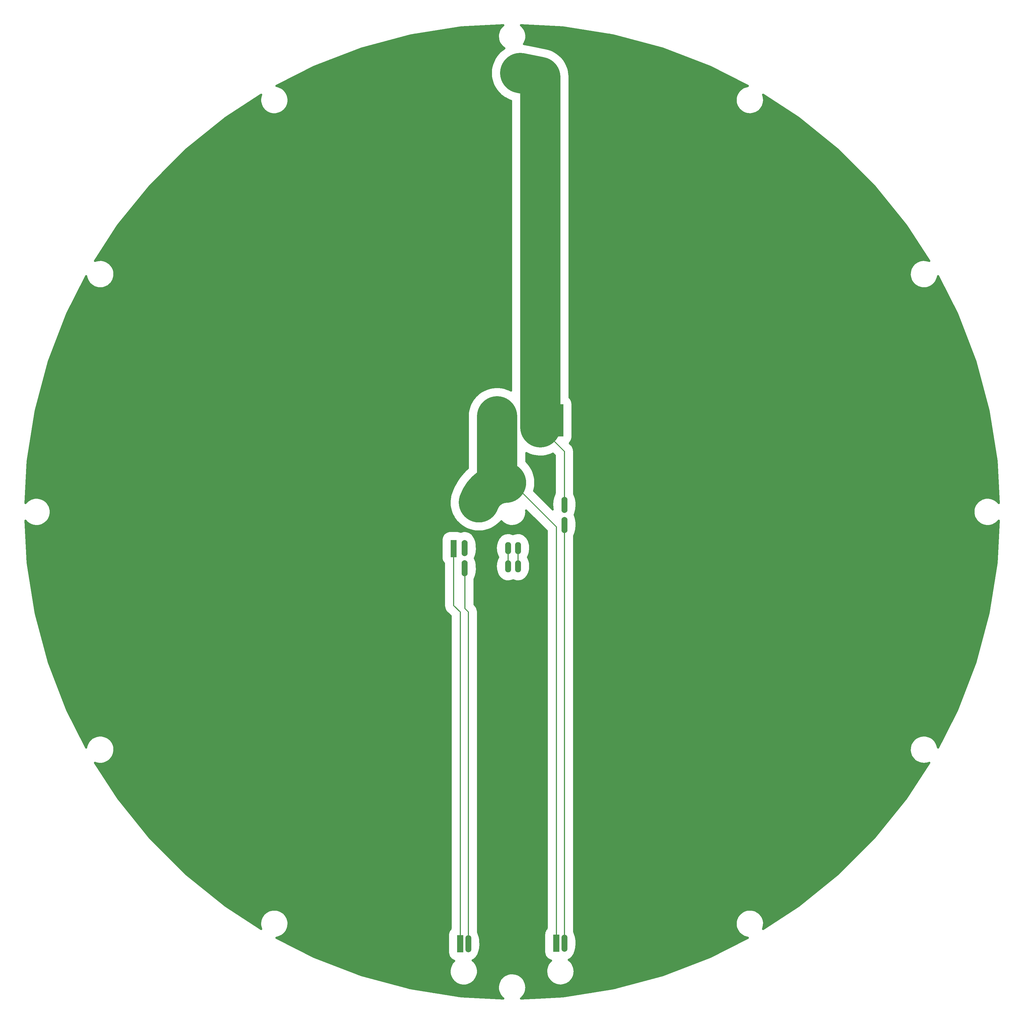
<source format=gbr>
G04 DipTrace 2.3.1.0*
%INBottom  58742  REV 5  ONYX Blackpoint Engineering.gbr*%
%MOIN*%
%ADD13C,0.013*%
%ADD14C,0.5*%
%ADD17C,0.025*%
%ADD19O,0.075X0.2*%
%ADD20O,0.075X0.15*%
%ADD21O,0.075X0.2125*%
%ADD34C,0.06*%
%FSLAX44Y44*%
G04*
G70*
G90*
G75*
G01*
%LNBottom*%
%LPD*%
X64464Y60464D2*
D13*
Y58214D1*
X65714Y60464D2*
Y58214D1*
X63089Y76839D2*
D14*
Y68551D1*
D13*
X65002D1*
X70464Y63089D1*
Y11714D1*
X70526Y11651D1*
X65964Y119464D2*
D14*
X68464Y118964D1*
Y80667D1*
Y75464D1*
D13*
X71464Y72464D1*
Y65964D1*
Y63464D2*
Y11464D1*
X59526Y12089D2*
Y52526D1*
X59089Y52964D1*
Y57839D1*
X63089Y68339D2*
X61339Y67089D1*
X60839Y66151D2*
D14*
G02X64214Y68589I3448J-1219D01*
G01*
X58526Y11651D2*
D13*
Y52526D1*
X57714Y53339D1*
Y59839D1*
D34*
X65589Y120651D3*
X69964Y120339D3*
X68214Y120464D3*
X69089D3*
X66464Y120589D3*
X67276D3*
X64714D3*
X60589Y65214D3*
X60839Y66214D3*
X61339Y67089D3*
X62089Y67839D3*
X63089Y68339D3*
X64214Y68589D3*
X65339Y68464D3*
X60243Y125213D2*
D17*
X63638D1*
X66289D2*
X69681D1*
X57618Y124964D2*
X63450D1*
X66477D2*
X72310D1*
X56047Y124716D2*
X63318D1*
X66610D2*
X73880D1*
X54477Y124467D2*
X63232D1*
X66696D2*
X75450D1*
X52907Y124218D2*
X63185D1*
X66743D2*
X77021D1*
X51774Y123970D2*
X63173D1*
X66754D2*
X78150D1*
X50848Y123721D2*
X63200D1*
X66727D2*
X79079D1*
X49918Y123472D2*
X63259D1*
X66668D2*
X80009D1*
X48993Y123224D2*
X63364D1*
X66563D2*
X80935D1*
X48063Y122975D2*
X63517D1*
X66965D2*
X81864D1*
X47137Y122726D2*
X63735D1*
X68211D2*
X82790D1*
X46235Y122477D2*
X63907D1*
X69418D2*
X83693D1*
X45586Y122229D2*
X63579D1*
X70086D2*
X84341D1*
X44938Y121980D2*
X63318D1*
X70516D2*
X84989D1*
X44289Y121731D2*
X63099D1*
X70844D2*
X85638D1*
X43641Y121483D2*
X62915D1*
X71110D2*
X86286D1*
X42993Y121234D2*
X62763D1*
X71328D2*
X86935D1*
X42348Y120985D2*
X62638D1*
X71508D2*
X87579D1*
X41700Y120737D2*
X62532D1*
X71660D2*
X88228D1*
X41051Y120488D2*
X62450D1*
X71789D2*
X88876D1*
X40403Y120239D2*
X62388D1*
X71891D2*
X89525D1*
X39910Y119991D2*
X62341D1*
X71977D2*
X90017D1*
X39422Y119742D2*
X62314D1*
X72039D2*
X90505D1*
X38934Y119493D2*
X62306D1*
X72086D2*
X90993D1*
X38446Y119245D2*
X62310D1*
X72114D2*
X91482D1*
X37957Y118996D2*
X62333D1*
X72121D2*
X91970D1*
X37469Y118747D2*
X62376D1*
X72125D2*
X92458D1*
X36981Y118498D2*
X62435D1*
X72125D2*
X92946D1*
X36493Y118250D2*
X62513D1*
X72125D2*
X93435D1*
X36004Y118001D2*
X62610D1*
X72125D2*
X93923D1*
X36098Y117752D2*
X62732D1*
X72125D2*
X93829D1*
X36539Y117504D2*
X62876D1*
X72125D2*
X93388D1*
X36801Y117255D2*
X63052D1*
X72125D2*
X93126D1*
X36981Y117006D2*
X63259D1*
X72125D2*
X92946D1*
X37102Y116758D2*
X63513D1*
X72125D2*
X92825D1*
X33434Y116509D2*
X33693D1*
X37180D2*
X63821D1*
X72125D2*
X92747D1*
X96235D2*
X96493D1*
X33051Y116260D2*
X33653D1*
X37219D2*
X64220D1*
X72125D2*
X92708D1*
X96274D2*
X96876D1*
X32668Y116012D2*
X33650D1*
X37223D2*
X64802D1*
X72125D2*
X92704D1*
X96278D2*
X97259D1*
X32285Y115763D2*
X33681D1*
X37192D2*
X64802D1*
X72125D2*
X92735D1*
X96246D2*
X97642D1*
X31903Y115514D2*
X33747D1*
X37125D2*
X64802D1*
X72125D2*
X92802D1*
X96180D2*
X98025D1*
X31520Y115265D2*
X33860D1*
X37012D2*
X64802D1*
X72125D2*
X92915D1*
X96067D2*
X98407D1*
X31137Y115017D2*
X34025D1*
X36848D2*
X64802D1*
X72125D2*
X93079D1*
X95903D2*
X98790D1*
X30754Y114768D2*
X34263D1*
X36610D2*
X64802D1*
X72125D2*
X93318D1*
X95664D2*
X99173D1*
X30371Y114519D2*
X34638D1*
X36231D2*
X64802D1*
X72125D2*
X93696D1*
X95289D2*
X99556D1*
X29989Y114271D2*
X64802D1*
X72125D2*
X99939D1*
X29606Y114022D2*
X64802D1*
X72125D2*
X100321D1*
X29262Y113773D2*
X64802D1*
X72125D2*
X100665D1*
X28957Y113525D2*
X64802D1*
X72125D2*
X100970D1*
X28649Y113276D2*
X64802D1*
X72125D2*
X101278D1*
X28340Y113027D2*
X64802D1*
X72125D2*
X101587D1*
X28035Y112779D2*
X64802D1*
X72125D2*
X101892D1*
X27727Y112530D2*
X64802D1*
X72125D2*
X102200D1*
X27422Y112281D2*
X64802D1*
X72125D2*
X102505D1*
X27114Y112033D2*
X64802D1*
X72125D2*
X102814D1*
X26805Y111784D2*
X64802D1*
X72125D2*
X103122D1*
X26500Y111535D2*
X64802D1*
X72125D2*
X103427D1*
X26192Y111286D2*
X64802D1*
X72125D2*
X103735D1*
X25883Y111038D2*
X64802D1*
X72125D2*
X104040D1*
X25578Y110789D2*
X64802D1*
X72125D2*
X104349D1*
X25270Y110540D2*
X64802D1*
X72125D2*
X104657D1*
X24965Y110292D2*
X64802D1*
X72125D2*
X104962D1*
X24657Y110043D2*
X64802D1*
X72125D2*
X105271D1*
X24379Y109794D2*
X64802D1*
X72125D2*
X105548D1*
X24129Y109546D2*
X64802D1*
X72125D2*
X105798D1*
X23883Y109297D2*
X64802D1*
X72125D2*
X106044D1*
X23633Y109048D2*
X64802D1*
X72125D2*
X106294D1*
X23383Y108800D2*
X64802D1*
X72125D2*
X106544D1*
X23137Y108551D2*
X64802D1*
X72125D2*
X106790D1*
X22887Y108302D2*
X64802D1*
X72125D2*
X107040D1*
X22637Y108054D2*
X64802D1*
X72125D2*
X107290D1*
X22391Y107805D2*
X64802D1*
X72125D2*
X107536D1*
X22141Y107556D2*
X64802D1*
X72125D2*
X107786D1*
X21891Y107307D2*
X64802D1*
X72125D2*
X108036D1*
X21645Y107059D2*
X64802D1*
X72125D2*
X108282D1*
X21395Y106810D2*
X64802D1*
X72125D2*
X108532D1*
X21145Y106561D2*
X64802D1*
X72125D2*
X108782D1*
X20899Y106313D2*
X64802D1*
X72125D2*
X109028D1*
X20649Y106064D2*
X64802D1*
X72125D2*
X109278D1*
X20399Y105815D2*
X64802D1*
X72125D2*
X109528D1*
X20153Y105567D2*
X64802D1*
X72125D2*
X109775D1*
X19926Y105318D2*
X64802D1*
X72125D2*
X110001D1*
X19727Y105069D2*
X64802D1*
X72125D2*
X110200D1*
X19524Y104821D2*
X64802D1*
X72125D2*
X110403D1*
X19325Y104572D2*
X64802D1*
X72125D2*
X110603D1*
X19121Y104323D2*
X64802D1*
X72125D2*
X110806D1*
X18922Y104075D2*
X64802D1*
X72125D2*
X111005D1*
X18719Y103826D2*
X64802D1*
X72125D2*
X111208D1*
X18516Y103577D2*
X64802D1*
X72125D2*
X111411D1*
X18317Y103328D2*
X64802D1*
X72125D2*
X111610D1*
X18114Y103080D2*
X64802D1*
X72125D2*
X111814D1*
X17914Y102831D2*
X64802D1*
X72125D2*
X112013D1*
X17711Y102582D2*
X64802D1*
X72125D2*
X112216D1*
X17512Y102334D2*
X64802D1*
X72125D2*
X112415D1*
X17309Y102085D2*
X64802D1*
X72125D2*
X112618D1*
X17110Y101836D2*
X64802D1*
X72125D2*
X112818D1*
X16907Y101588D2*
X64802D1*
X72125D2*
X113021D1*
X16703Y101339D2*
X64802D1*
X72125D2*
X113224D1*
X16504Y101090D2*
X64802D1*
X72125D2*
X113423D1*
X16301Y100842D2*
X64802D1*
X72125D2*
X113626D1*
X16102Y100593D2*
X64802D1*
X72125D2*
X113825D1*
X15930Y100344D2*
X64802D1*
X72125D2*
X113997D1*
X15766Y100096D2*
X64802D1*
X72125D2*
X114161D1*
X15606Y99847D2*
X64802D1*
X72125D2*
X114321D1*
X15446Y99598D2*
X64802D1*
X72125D2*
X114482D1*
X15282Y99349D2*
X64802D1*
X72125D2*
X114646D1*
X15121Y99101D2*
X64802D1*
X72125D2*
X114806D1*
X14957Y98852D2*
X64802D1*
X72125D2*
X114966D1*
X14797Y98603D2*
X64802D1*
X72125D2*
X115130D1*
X14637Y98355D2*
X64802D1*
X72125D2*
X115290D1*
X14473Y98106D2*
X64802D1*
X72125D2*
X115454D1*
X14313Y97857D2*
X64802D1*
X72125D2*
X115614D1*
X14153Y97609D2*
X64802D1*
X72125D2*
X115775D1*
X13989Y97360D2*
X64802D1*
X72125D2*
X115939D1*
X13828Y97111D2*
X64802D1*
X72125D2*
X116099D1*
X13668Y96863D2*
X64802D1*
X72125D2*
X116259D1*
X13504Y96614D2*
X64802D1*
X72125D2*
X116423D1*
X13344Y96365D2*
X64802D1*
X72125D2*
X116583D1*
X14532Y96117D2*
X64802D1*
X72125D2*
X115396D1*
X14950Y95868D2*
X64802D1*
X72125D2*
X114978D1*
X15203Y95619D2*
X64802D1*
X72125D2*
X114724D1*
X15375Y95370D2*
X64802D1*
X72125D2*
X114552D1*
X15493Y95122D2*
X64802D1*
X72125D2*
X114435D1*
X15567Y94873D2*
X64802D1*
X72125D2*
X114360D1*
X15606Y94624D2*
X64802D1*
X72125D2*
X114321D1*
X15606Y94376D2*
X64802D1*
X72125D2*
X114321D1*
X15571Y94127D2*
X64802D1*
X72125D2*
X114357D1*
X11914Y93878D2*
X12142D1*
X15500D2*
X64802D1*
X72125D2*
X114427D1*
X117785D2*
X118013D1*
X11789Y93630D2*
X12255D1*
X15387D2*
X64802D1*
X72125D2*
X114540D1*
X117672D2*
X118138D1*
X11664Y93381D2*
X12423D1*
X15219D2*
X64802D1*
X72125D2*
X114708D1*
X117504D2*
X118263D1*
X11535Y93132D2*
X12669D1*
X14973D2*
X64802D1*
X72125D2*
X114954D1*
X117258D2*
X118392D1*
X11410Y92884D2*
X13068D1*
X14575D2*
X64802D1*
X72125D2*
X115353D1*
X116860D2*
X118517D1*
X11282Y92635D2*
X64802D1*
X72125D2*
X118646D1*
X11157Y92386D2*
X64802D1*
X72125D2*
X118771D1*
X11028Y92138D2*
X64802D1*
X72125D2*
X118900D1*
X10903Y91889D2*
X64802D1*
X72125D2*
X119025D1*
X10774Y91640D2*
X64802D1*
X72125D2*
X119153D1*
X10649Y91391D2*
X64802D1*
X72125D2*
X119278D1*
X10524Y91143D2*
X64802D1*
X72125D2*
X119403D1*
X10395Y90894D2*
X64802D1*
X72125D2*
X119532D1*
X10270Y90645D2*
X64802D1*
X72125D2*
X119657D1*
X10141Y90397D2*
X64802D1*
X72125D2*
X119786D1*
X10016Y90148D2*
X64802D1*
X72125D2*
X119911D1*
X9887Y89899D2*
X64802D1*
X72125D2*
X120040D1*
X9762Y89651D2*
X64802D1*
X72125D2*
X120165D1*
X9657Y89402D2*
X64802D1*
X72125D2*
X120271D1*
X9559Y89153D2*
X64802D1*
X72125D2*
X120364D1*
X9465Y88905D2*
X64802D1*
X72125D2*
X120462D1*
X9371Y88656D2*
X64802D1*
X72125D2*
X120556D1*
X9274Y88407D2*
X64802D1*
X72125D2*
X120653D1*
X9180Y88159D2*
X64802D1*
X72125D2*
X120747D1*
X9082Y87910D2*
X64802D1*
X72125D2*
X120845D1*
X8989Y87661D2*
X64802D1*
X72125D2*
X120939D1*
X8891Y87412D2*
X64802D1*
X72125D2*
X121036D1*
X8797Y87164D2*
X64802D1*
X72125D2*
X121130D1*
X8703Y86915D2*
X64802D1*
X72125D2*
X121224D1*
X8606Y86666D2*
X64802D1*
X72125D2*
X121321D1*
X8512Y86418D2*
X64802D1*
X72125D2*
X121415D1*
X8414Y86169D2*
X64802D1*
X72125D2*
X121513D1*
X8321Y85920D2*
X64802D1*
X72125D2*
X121607D1*
X8223Y85672D2*
X64802D1*
X72125D2*
X121704D1*
X8129Y85423D2*
X64802D1*
X72125D2*
X121798D1*
X8032Y85174D2*
X64802D1*
X72125D2*
X121896D1*
X7938Y84926D2*
X64802D1*
X72125D2*
X121989D1*
X7844Y84677D2*
X64802D1*
X72125D2*
X122083D1*
X7746Y84428D2*
X64802D1*
X72125D2*
X122181D1*
X7653Y84180D2*
X64802D1*
X72125D2*
X122275D1*
X7555Y83931D2*
X64802D1*
X72125D2*
X122372D1*
X7461Y83682D2*
X64802D1*
X72125D2*
X122466D1*
X7391Y83433D2*
X64802D1*
X72125D2*
X122536D1*
X7325Y83185D2*
X64802D1*
X72125D2*
X122603D1*
X7258Y82936D2*
X64802D1*
X72125D2*
X122669D1*
X7192Y82687D2*
X64802D1*
X72125D2*
X122735D1*
X7125Y82439D2*
X64802D1*
X72125D2*
X122802D1*
X7059Y82190D2*
X64802D1*
X72125D2*
X122868D1*
X6993Y81941D2*
X64802D1*
X72125D2*
X122935D1*
X6926Y81693D2*
X64802D1*
X72125D2*
X123001D1*
X6860Y81444D2*
X64802D1*
X72125D2*
X123068D1*
X6793Y81195D2*
X64802D1*
X72125D2*
X123134D1*
X6723Y80947D2*
X64802D1*
X72125D2*
X123200D1*
X6657Y80698D2*
X64802D1*
X72125D2*
X123271D1*
X6590Y80449D2*
X62646D1*
X63532D2*
X64802D1*
X72125D2*
X123337D1*
X6524Y80201D2*
X61681D1*
X64496D2*
X64802D1*
X72125D2*
X123403D1*
X6457Y79952D2*
X61189D1*
X72125D2*
X123470D1*
X6391Y79703D2*
X60825D1*
X72125D2*
X123536D1*
X6325Y79454D2*
X60540D1*
X72125D2*
X123603D1*
X6258Y79206D2*
X60306D1*
X72125D2*
X123669D1*
X6192Y78957D2*
X60107D1*
X72309D2*
X123735D1*
X6125Y78708D2*
X59946D1*
X72430D2*
X123802D1*
X6059Y78460D2*
X59810D1*
X72485D2*
X123868D1*
X5993Y78211D2*
X59696D1*
X72493D2*
X123935D1*
X5926Y77962D2*
X59607D1*
X72493D2*
X124001D1*
X5860Y77714D2*
X59536D1*
X72493D2*
X124068D1*
X5801Y77465D2*
X59482D1*
X72493D2*
X124126D1*
X5762Y77216D2*
X59450D1*
X72493D2*
X124165D1*
X5723Y76968D2*
X59431D1*
X72493D2*
X124204D1*
X5684Y76719D2*
X59427D1*
X72493D2*
X124243D1*
X5641Y76470D2*
X59427D1*
X72493D2*
X124282D1*
X5602Y76222D2*
X59427D1*
X72493D2*
X124325D1*
X5563Y75973D2*
X59427D1*
X72493D2*
X124364D1*
X5524Y75724D2*
X59427D1*
X72493D2*
X124403D1*
X5485Y75475D2*
X59427D1*
X72493D2*
X124443D1*
X5446Y75227D2*
X59427D1*
X72493D2*
X124482D1*
X5407Y74978D2*
X59427D1*
X72493D2*
X124521D1*
X5368Y74729D2*
X59427D1*
X72493D2*
X124560D1*
X5328Y74481D2*
X59427D1*
X72493D2*
X124599D1*
X5289Y74232D2*
X59427D1*
X72489D2*
X124638D1*
X5250Y73983D2*
X59427D1*
X72438D2*
X124677D1*
X5211Y73735D2*
X59427D1*
X72321D2*
X124716D1*
X5168Y73486D2*
X59427D1*
X72164D2*
X124755D1*
X5129Y73237D2*
X59427D1*
X72407D2*
X124798D1*
X5090Y72989D2*
X59427D1*
X72567D2*
X124837D1*
X5051Y72740D2*
X59427D1*
X72657D2*
X124876D1*
X5012Y72491D2*
X59427D1*
X72688D2*
X124915D1*
X4973Y72243D2*
X59427D1*
X72688D2*
X124954D1*
X4934Y71994D2*
X59427D1*
X66750D2*
X67357D1*
X69571D2*
X70212D1*
X72688D2*
X124993D1*
X4895Y71745D2*
X59427D1*
X66750D2*
X70239D1*
X72688D2*
X125032D1*
X4856Y71496D2*
X59427D1*
X66750D2*
X70239D1*
X72688D2*
X125071D1*
X4821Y71248D2*
X59427D1*
X66750D2*
X70239D1*
X72688D2*
X125107D1*
X4805Y70999D2*
X59427D1*
X66957D2*
X70239D1*
X72688D2*
X125118D1*
X4793Y70750D2*
X59427D1*
X67160D2*
X70239D1*
X72688D2*
X125134D1*
X4782Y70502D2*
X59427D1*
X67328D2*
X70239D1*
X72688D2*
X125146D1*
X4766Y70253D2*
X59278D1*
X67469D2*
X70239D1*
X72688D2*
X125161D1*
X4754Y70004D2*
X59025D1*
X67586D2*
X70239D1*
X72688D2*
X125173D1*
X4743Y69756D2*
X58794D1*
X67680D2*
X70239D1*
X72688D2*
X125185D1*
X4727Y69507D2*
X58583D1*
X67754D2*
X70239D1*
X72688D2*
X125200D1*
X4715Y69258D2*
X58392D1*
X67813D2*
X70239D1*
X72688D2*
X125212D1*
X4703Y69010D2*
X58216D1*
X67848D2*
X70239D1*
X72688D2*
X125224D1*
X4688Y68761D2*
X58056D1*
X67868D2*
X70239D1*
X72688D2*
X125239D1*
X4676Y68512D2*
X57907D1*
X67871D2*
X70239D1*
X72688D2*
X125251D1*
X4664Y68264D2*
X57778D1*
X67860D2*
X70239D1*
X72688D2*
X125263D1*
X4649Y68015D2*
X57653D1*
X67828D2*
X70239D1*
X72688D2*
X125278D1*
X4637Y67766D2*
X57544D1*
X67778D2*
X70239D1*
X72688D2*
X125290D1*
X4625Y67517D2*
X57446D1*
X67758D2*
X70239D1*
X72688D2*
X125302D1*
X4610Y67269D2*
X57357D1*
X68004D2*
X70239D1*
X72688D2*
X125318D1*
X4598Y67020D2*
X57282D1*
X68254D2*
X70142D1*
X72774D2*
X125329D1*
X4586Y66771D2*
X57232D1*
X68504D2*
X70048D1*
X72868D2*
X125341D1*
X4571Y66523D2*
X5056D1*
X6762D2*
X57196D1*
X68750D2*
X69993D1*
X72922D2*
X123165D1*
X124871D2*
X125357D1*
X4559Y66274D2*
X4700D1*
X7118D2*
X57181D1*
X69000D2*
X69950D1*
X72965D2*
X122810D1*
X125227D2*
X125368D1*
X7344Y66025D2*
X57181D1*
X69250D2*
X69931D1*
X72985D2*
X122583D1*
X7500Y65777D2*
X57196D1*
X69496D2*
X69923D1*
X72993D2*
X122427D1*
X7606Y65528D2*
X57232D1*
X69746D2*
X69937D1*
X72977D2*
X122321D1*
X7668Y65279D2*
X57286D1*
X72946D2*
X122259D1*
X7696Y65031D2*
X57357D1*
X72899D2*
X122232D1*
X7688Y64782D2*
X57446D1*
X66743D2*
X67048D1*
X72825D2*
X122239D1*
X7645Y64533D2*
X57560D1*
X66700D2*
X67298D1*
X72770D2*
X122282D1*
X7563Y64285D2*
X57696D1*
X66618D2*
X67544D1*
X72864D2*
X122364D1*
X7434Y64036D2*
X57857D1*
X66489D2*
X67794D1*
X72918D2*
X122493D1*
X7250Y63787D2*
X58052D1*
X66305D2*
X68044D1*
X72965D2*
X122677D1*
X4567Y63538D2*
X4841D1*
X6973D2*
X58286D1*
X63391D2*
X63900D1*
X66028D2*
X68290D1*
X72981D2*
X122954D1*
X125086D2*
X125360D1*
X4578Y63290D2*
X5325D1*
X6493D2*
X58571D1*
X63106D2*
X64380D1*
X65547D2*
X68540D1*
X72993D2*
X123435D1*
X124602D2*
X125349D1*
X4590Y63041D2*
X58931D1*
X62746D2*
X68790D1*
X72977D2*
X125337D1*
X4606Y62792D2*
X59423D1*
X62254D2*
X69036D1*
X72950D2*
X125321D1*
X4618Y62544D2*
X56970D1*
X58446D2*
X58720D1*
X59446D2*
X60368D1*
X61309D2*
X69239D1*
X72903D2*
X125310D1*
X4629Y62295D2*
X56540D1*
X59938D2*
X64099D1*
X64817D2*
X65349D1*
X66067D2*
X69239D1*
X72828D2*
X125298D1*
X4645Y62046D2*
X56337D1*
X60164D2*
X63591D1*
X66575D2*
X69239D1*
X72731D2*
X125282D1*
X4657Y61798D2*
X56224D1*
X60332D2*
X63345D1*
X66821D2*
X69239D1*
X72688D2*
X125271D1*
X4668Y61549D2*
X56177D1*
X60434D2*
X63185D1*
X66981D2*
X69239D1*
X72688D2*
X125259D1*
X4684Y61300D2*
X56173D1*
X60516D2*
X63068D1*
X67098D2*
X69239D1*
X72688D2*
X125243D1*
X4696Y61052D2*
X56173D1*
X60567D2*
X62997D1*
X67168D2*
X69239D1*
X72688D2*
X125232D1*
X4707Y60803D2*
X56173D1*
X60598D2*
X62946D1*
X67219D2*
X69239D1*
X72688D2*
X125220D1*
X4723Y60554D2*
X56173D1*
X60614D2*
X62927D1*
X67239D2*
X69239D1*
X72688D2*
X125204D1*
X4735Y60306D2*
X56173D1*
X60610D2*
X62931D1*
X67235D2*
X69239D1*
X72688D2*
X125193D1*
X4746Y60057D2*
X56173D1*
X60594D2*
X62954D1*
X67211D2*
X69239D1*
X72688D2*
X125181D1*
X4762Y59808D2*
X56173D1*
X60555D2*
X63013D1*
X67153D2*
X69239D1*
X72688D2*
X125165D1*
X4774Y59559D2*
X56173D1*
X60500D2*
X63091D1*
X67075D2*
X69239D1*
X72688D2*
X125153D1*
X4785Y59311D2*
X56173D1*
X60410D2*
X63189D1*
X66977D2*
X69239D1*
X72688D2*
X125142D1*
X4801Y59062D2*
X56208D1*
X60430D2*
X63071D1*
X67094D2*
X69239D1*
X72688D2*
X125126D1*
X4813Y58813D2*
X56302D1*
X60516D2*
X63001D1*
X67164D2*
X69239D1*
X72688D2*
X125114D1*
X4832Y58565D2*
X56474D1*
X60563D2*
X62946D1*
X67219D2*
X69239D1*
X72688D2*
X125095D1*
X4871Y58316D2*
X56489D1*
X60598D2*
X62927D1*
X67239D2*
X69239D1*
X72688D2*
X125052D1*
X4914Y58067D2*
X56489D1*
X60614D2*
X62931D1*
X67235D2*
X69239D1*
X72688D2*
X125013D1*
X4953Y57819D2*
X56489D1*
X60610D2*
X62954D1*
X67211D2*
X69239D1*
X72688D2*
X124974D1*
X4993Y57570D2*
X56489D1*
X60598D2*
X63009D1*
X67157D2*
X69239D1*
X72688D2*
X124935D1*
X5032Y57321D2*
X56489D1*
X60555D2*
X63087D1*
X67078D2*
X69239D1*
X72688D2*
X124896D1*
X5071Y57073D2*
X56489D1*
X60504D2*
X63208D1*
X66957D2*
X69239D1*
X72688D2*
X124857D1*
X5110Y56824D2*
X56489D1*
X60418D2*
X63388D1*
X66778D2*
X69239D1*
X72688D2*
X124818D1*
X5149Y56575D2*
X56489D1*
X60313D2*
X63653D1*
X66508D2*
X69239D1*
X72688D2*
X124778D1*
X5188Y56327D2*
X56489D1*
X60313D2*
X64392D1*
X64526D2*
X65642D1*
X65776D2*
X69239D1*
X72688D2*
X124739D1*
X5227Y56078D2*
X56489D1*
X60313D2*
X69239D1*
X72688D2*
X124700D1*
X5266Y55829D2*
X56489D1*
X60313D2*
X69239D1*
X72688D2*
X124661D1*
X5305Y55580D2*
X56489D1*
X60313D2*
X69239D1*
X72688D2*
X124622D1*
X5344Y55332D2*
X56489D1*
X60313D2*
X69239D1*
X72688D2*
X124579D1*
X5387Y55083D2*
X56489D1*
X60313D2*
X69239D1*
X72688D2*
X124540D1*
X5426Y54834D2*
X56489D1*
X60313D2*
X69239D1*
X72688D2*
X124501D1*
X5465Y54586D2*
X56489D1*
X60313D2*
X69239D1*
X72688D2*
X124462D1*
X5504Y54337D2*
X56489D1*
X60313D2*
X69239D1*
X72688D2*
X124423D1*
X5543Y54088D2*
X56489D1*
X60313D2*
X69239D1*
X72688D2*
X124384D1*
X5582Y53840D2*
X56489D1*
X60313D2*
X69239D1*
X72688D2*
X124345D1*
X5621Y53591D2*
X56489D1*
X60313D2*
X69239D1*
X72688D2*
X124306D1*
X5660Y53342D2*
X56489D1*
X60430D2*
X69239D1*
X72688D2*
X124267D1*
X5700Y53094D2*
X56513D1*
X60610D2*
X69239D1*
X72688D2*
X124228D1*
X5739Y52845D2*
X56595D1*
X60707D2*
X69239D1*
X72688D2*
X124189D1*
X5778Y52596D2*
X56747D1*
X60750D2*
X69239D1*
X72688D2*
X124150D1*
X5825Y52348D2*
X56982D1*
X60750D2*
X69239D1*
X72688D2*
X124103D1*
X5891Y52099D2*
X57232D1*
X60750D2*
X69239D1*
X72688D2*
X124036D1*
X5957Y51850D2*
X57302D1*
X60750D2*
X69239D1*
X72688D2*
X123970D1*
X6024Y51601D2*
X57302D1*
X60750D2*
X69239D1*
X72688D2*
X123903D1*
X6090Y51353D2*
X57302D1*
X60750D2*
X69239D1*
X72688D2*
X123837D1*
X6157Y51104D2*
X57302D1*
X60750D2*
X69239D1*
X72688D2*
X123771D1*
X6223Y50855D2*
X57302D1*
X60750D2*
X69239D1*
X72688D2*
X123704D1*
X6289Y50607D2*
X57302D1*
X60750D2*
X69239D1*
X72688D2*
X123638D1*
X6356Y50358D2*
X57302D1*
X60750D2*
X69239D1*
X72688D2*
X123571D1*
X6422Y50109D2*
X57302D1*
X60750D2*
X69239D1*
X72688D2*
X123505D1*
X6489Y49861D2*
X57302D1*
X60750D2*
X69239D1*
X72688D2*
X123439D1*
X6555Y49612D2*
X57302D1*
X60750D2*
X69239D1*
X72688D2*
X123372D1*
X6621Y49363D2*
X57302D1*
X60750D2*
X69239D1*
X72688D2*
X123306D1*
X6688Y49115D2*
X57302D1*
X60750D2*
X69239D1*
X72688D2*
X123239D1*
X6754Y48866D2*
X57302D1*
X60750D2*
X69239D1*
X72688D2*
X123173D1*
X6821Y48617D2*
X57302D1*
X60750D2*
X69239D1*
X72688D2*
X123107D1*
X6887Y48369D2*
X57302D1*
X60750D2*
X69239D1*
X72688D2*
X123036D1*
X6957Y48120D2*
X57302D1*
X60750D2*
X69239D1*
X72688D2*
X122970D1*
X7024Y47871D2*
X57302D1*
X60750D2*
X69239D1*
X72688D2*
X122903D1*
X7090Y47622D2*
X57302D1*
X60750D2*
X69239D1*
X72688D2*
X122837D1*
X7157Y47374D2*
X57302D1*
X60750D2*
X69239D1*
X72688D2*
X122771D1*
X7223Y47125D2*
X57302D1*
X60750D2*
X69239D1*
X72688D2*
X122704D1*
X7289Y46876D2*
X57302D1*
X60750D2*
X69239D1*
X72688D2*
X122638D1*
X7356Y46628D2*
X57302D1*
X60750D2*
X69239D1*
X72688D2*
X122571D1*
X7422Y46379D2*
X57302D1*
X60750D2*
X69239D1*
X72688D2*
X122505D1*
X7504Y46130D2*
X57302D1*
X60750D2*
X69239D1*
X72688D2*
X122423D1*
X7602Y45882D2*
X57302D1*
X60750D2*
X69239D1*
X72688D2*
X122325D1*
X7696Y45633D2*
X57302D1*
X60750D2*
X69239D1*
X72688D2*
X122232D1*
X7789Y45384D2*
X57302D1*
X60750D2*
X69239D1*
X72688D2*
X122138D1*
X7887Y45136D2*
X57302D1*
X60750D2*
X69239D1*
X72688D2*
X122040D1*
X7981Y44887D2*
X57302D1*
X60750D2*
X69239D1*
X72688D2*
X121946D1*
X8078Y44638D2*
X57302D1*
X60750D2*
X69239D1*
X72688D2*
X121849D1*
X8172Y44390D2*
X57302D1*
X60750D2*
X69239D1*
X72688D2*
X121755D1*
X8270Y44141D2*
X57302D1*
X60750D2*
X69239D1*
X72688D2*
X121657D1*
X8364Y43892D2*
X57302D1*
X60750D2*
X69239D1*
X72688D2*
X121564D1*
X8461Y43643D2*
X57302D1*
X60750D2*
X69239D1*
X72688D2*
X121466D1*
X8555Y43395D2*
X57302D1*
X60750D2*
X69239D1*
X72688D2*
X121372D1*
X8649Y43146D2*
X57302D1*
X60750D2*
X69239D1*
X72688D2*
X121278D1*
X8746Y42897D2*
X57302D1*
X60750D2*
X69239D1*
X72688D2*
X121181D1*
X8840Y42649D2*
X57302D1*
X60750D2*
X69239D1*
X72688D2*
X121087D1*
X8938Y42400D2*
X57302D1*
X60750D2*
X69239D1*
X72688D2*
X120989D1*
X9032Y42151D2*
X57302D1*
X60750D2*
X69239D1*
X72688D2*
X120896D1*
X9129Y41903D2*
X57302D1*
X60750D2*
X69239D1*
X72688D2*
X120798D1*
X9223Y41654D2*
X57302D1*
X60750D2*
X69239D1*
X72688D2*
X120704D1*
X9317Y41405D2*
X57302D1*
X60750D2*
X69239D1*
X72688D2*
X120610D1*
X9414Y41157D2*
X57302D1*
X60750D2*
X69239D1*
X72688D2*
X120513D1*
X9508Y40908D2*
X57302D1*
X60750D2*
X69239D1*
X72688D2*
X120419D1*
X9606Y40659D2*
X57302D1*
X60750D2*
X69239D1*
X72688D2*
X120321D1*
X9700Y40411D2*
X57302D1*
X60750D2*
X69239D1*
X72688D2*
X120228D1*
X9821Y40162D2*
X57302D1*
X60750D2*
X69239D1*
X72688D2*
X120107D1*
X9946Y39913D2*
X57302D1*
X60750D2*
X69239D1*
X72688D2*
X119982D1*
X10075Y39664D2*
X57302D1*
X60750D2*
X69239D1*
X72688D2*
X119853D1*
X10200Y39416D2*
X57302D1*
X60750D2*
X69239D1*
X72688D2*
X119728D1*
X10328Y39167D2*
X57302D1*
X60750D2*
X69239D1*
X72688D2*
X119599D1*
X10453Y38918D2*
X57302D1*
X60750D2*
X69239D1*
X72688D2*
X119474D1*
X10582Y38670D2*
X57302D1*
X60750D2*
X69239D1*
X72688D2*
X119345D1*
X10707Y38421D2*
X57302D1*
X60750D2*
X69239D1*
X72688D2*
X119220D1*
X10832Y38172D2*
X57302D1*
X60750D2*
X69239D1*
X72688D2*
X119095D1*
X10961Y37924D2*
X57302D1*
X60750D2*
X69239D1*
X72688D2*
X118966D1*
X11086Y37675D2*
X57302D1*
X60750D2*
X69239D1*
X72688D2*
X118841D1*
X11215Y37426D2*
X57302D1*
X60750D2*
X69239D1*
X72688D2*
X118712D1*
X11340Y37178D2*
X13509D1*
X14133D2*
X57302D1*
X60750D2*
X69239D1*
X72688D2*
X115794D1*
X116418D2*
X118587D1*
X11469Y36929D2*
X12853D1*
X14785D2*
X57302D1*
X60750D2*
X69239D1*
X72688D2*
X115142D1*
X117075D2*
X118458D1*
X11594Y36680D2*
X12544D1*
X15098D2*
X57302D1*
X60750D2*
X69239D1*
X72688D2*
X114829D1*
X117383D2*
X118333D1*
X11719Y36432D2*
X12337D1*
X15301D2*
X57302D1*
X60750D2*
X69239D1*
X72688D2*
X114626D1*
X117590D2*
X118204D1*
X11848Y36183D2*
X12196D1*
X15446D2*
X57302D1*
X60750D2*
X69239D1*
X72688D2*
X114482D1*
X117731D2*
X118079D1*
X11973Y35934D2*
X12103D1*
X15539D2*
X57302D1*
X60750D2*
X69239D1*
X72688D2*
X114388D1*
X117825D2*
X117954D1*
X15594Y35685D2*
X57302D1*
X60750D2*
X69239D1*
X72688D2*
X114333D1*
X15610Y35437D2*
X57302D1*
X60750D2*
X69239D1*
X72688D2*
X114318D1*
X15594Y35188D2*
X57302D1*
X60750D2*
X69239D1*
X72688D2*
X114333D1*
X15539Y34939D2*
X57302D1*
X60750D2*
X69239D1*
X72688D2*
X114388D1*
X15446Y34691D2*
X57302D1*
X60750D2*
X69239D1*
X72688D2*
X114482D1*
X15305Y34442D2*
X57302D1*
X60750D2*
X69239D1*
X72688D2*
X114622D1*
X15098Y34193D2*
X57302D1*
X60750D2*
X69239D1*
X72688D2*
X114829D1*
X14789Y33945D2*
X57302D1*
X60750D2*
X69239D1*
X72688D2*
X115138D1*
X13258Y33696D2*
X13501D1*
X14141D2*
X57302D1*
X60750D2*
X69239D1*
X72688D2*
X115786D1*
X116426D2*
X116669D1*
X13418Y33447D2*
X57302D1*
X60750D2*
X69239D1*
X72688D2*
X116509D1*
X13578Y33199D2*
X57302D1*
X60750D2*
X69239D1*
X72688D2*
X116345D1*
X13743Y32950D2*
X57302D1*
X60750D2*
X69239D1*
X72688D2*
X116185D1*
X13903Y32701D2*
X57302D1*
X60750D2*
X69239D1*
X72688D2*
X116025D1*
X14067Y32453D2*
X57302D1*
X60750D2*
X69239D1*
X72688D2*
X115860D1*
X14227Y32204D2*
X57302D1*
X60750D2*
X69239D1*
X72688D2*
X115700D1*
X14387Y31955D2*
X57302D1*
X60750D2*
X69239D1*
X72688D2*
X115540D1*
X14551Y31706D2*
X57302D1*
X60750D2*
X69239D1*
X72688D2*
X115376D1*
X14711Y31458D2*
X57302D1*
X60750D2*
X69239D1*
X72688D2*
X115216D1*
X14871Y31209D2*
X57302D1*
X60750D2*
X69239D1*
X72688D2*
X115056D1*
X15035Y30960D2*
X57302D1*
X60750D2*
X69239D1*
X72688D2*
X114892D1*
X15196Y30712D2*
X57302D1*
X60750D2*
X69239D1*
X72688D2*
X114732D1*
X15356Y30463D2*
X57302D1*
X60750D2*
X69239D1*
X72688D2*
X114571D1*
X15520Y30214D2*
X57302D1*
X60750D2*
X69239D1*
X72688D2*
X114407D1*
X15680Y29966D2*
X57302D1*
X60750D2*
X69239D1*
X72688D2*
X114247D1*
X15840Y29717D2*
X57302D1*
X60750D2*
X69239D1*
X72688D2*
X114087D1*
X16004Y29468D2*
X57302D1*
X60750D2*
X69239D1*
X72688D2*
X113923D1*
X16196Y29220D2*
X57302D1*
X60750D2*
X69239D1*
X72688D2*
X113732D1*
X16395Y28971D2*
X57302D1*
X60750D2*
X69239D1*
X72688D2*
X113532D1*
X16598Y28722D2*
X57302D1*
X60750D2*
X69239D1*
X72688D2*
X113329D1*
X16797Y28474D2*
X57302D1*
X60750D2*
X69239D1*
X72688D2*
X113130D1*
X17000Y28225D2*
X57302D1*
X60750D2*
X69239D1*
X72688D2*
X112927D1*
X17200Y27976D2*
X57302D1*
X60750D2*
X69239D1*
X72688D2*
X112728D1*
X17403Y27727D2*
X57302D1*
X60750D2*
X69239D1*
X72688D2*
X112525D1*
X17602Y27479D2*
X57302D1*
X60750D2*
X69239D1*
X72688D2*
X112325D1*
X17805Y27230D2*
X57302D1*
X60750D2*
X69239D1*
X72688D2*
X112122D1*
X18008Y26981D2*
X57302D1*
X60750D2*
X69239D1*
X72688D2*
X111919D1*
X18207Y26733D2*
X57302D1*
X60750D2*
X69239D1*
X72688D2*
X111720D1*
X18410Y26484D2*
X57302D1*
X60750D2*
X69239D1*
X72688D2*
X111517D1*
X18610Y26235D2*
X57302D1*
X60750D2*
X69239D1*
X72688D2*
X111318D1*
X18813Y25987D2*
X57302D1*
X60750D2*
X69239D1*
X72688D2*
X111114D1*
X19012Y25738D2*
X57302D1*
X60750D2*
X69239D1*
X72688D2*
X110915D1*
X19215Y25489D2*
X57302D1*
X60750D2*
X69239D1*
X72688D2*
X110712D1*
X19414Y25241D2*
X57302D1*
X60750D2*
X69239D1*
X72688D2*
X110513D1*
X19618Y24992D2*
X57302D1*
X60750D2*
X69239D1*
X72688D2*
X110310D1*
X19821Y24743D2*
X57302D1*
X60750D2*
X69239D1*
X72688D2*
X110107D1*
X20020Y24495D2*
X57302D1*
X60750D2*
X69239D1*
X72688D2*
X109907D1*
X20266Y24246D2*
X57302D1*
X60750D2*
X69239D1*
X72688D2*
X109661D1*
X20516Y23997D2*
X57302D1*
X60750D2*
X69239D1*
X72688D2*
X109411D1*
X20762Y23748D2*
X57302D1*
X60750D2*
X69239D1*
X72688D2*
X109161D1*
X21012Y23500D2*
X57302D1*
X60750D2*
X69239D1*
X72688D2*
X108915D1*
X21262Y23251D2*
X57302D1*
X60750D2*
X69239D1*
X72688D2*
X108665D1*
X21508Y23002D2*
X57302D1*
X60750D2*
X69239D1*
X72688D2*
X108415D1*
X21758Y22754D2*
X57302D1*
X60750D2*
X69239D1*
X72688D2*
X108169D1*
X22008Y22505D2*
X57302D1*
X60750D2*
X69239D1*
X72688D2*
X107919D1*
X22254Y22256D2*
X57302D1*
X60750D2*
X69239D1*
X72688D2*
X107669D1*
X22504Y22008D2*
X57302D1*
X60750D2*
X69239D1*
X72688D2*
X107423D1*
X22754Y21759D2*
X57302D1*
X60750D2*
X69239D1*
X72688D2*
X107173D1*
X23000Y21510D2*
X57302D1*
X60750D2*
X69239D1*
X72688D2*
X106927D1*
X23250Y21262D2*
X57302D1*
X60750D2*
X69239D1*
X72688D2*
X106677D1*
X23500Y21013D2*
X57302D1*
X60750D2*
X69239D1*
X72688D2*
X106427D1*
X23746Y20764D2*
X57302D1*
X60750D2*
X69239D1*
X72688D2*
X106181D1*
X23996Y20515D2*
X57302D1*
X60750D2*
X69239D1*
X72688D2*
X105931D1*
X24246Y20267D2*
X57302D1*
X60750D2*
X69239D1*
X72688D2*
X105681D1*
X24493Y20018D2*
X57302D1*
X60750D2*
X69239D1*
X72688D2*
X105435D1*
X24797Y19769D2*
X57302D1*
X60750D2*
X69239D1*
X72688D2*
X105130D1*
X25106Y19521D2*
X57302D1*
X60750D2*
X69239D1*
X72688D2*
X104821D1*
X25410Y19272D2*
X57302D1*
X60750D2*
X69239D1*
X72688D2*
X104513D1*
X25719Y19023D2*
X57302D1*
X60750D2*
X69239D1*
X72688D2*
X104208D1*
X26028Y18775D2*
X57302D1*
X60750D2*
X69239D1*
X72688D2*
X103900D1*
X26332Y18526D2*
X57302D1*
X60750D2*
X69239D1*
X72688D2*
X103595D1*
X26641Y18277D2*
X57302D1*
X60750D2*
X69239D1*
X72688D2*
X103286D1*
X26950Y18029D2*
X57302D1*
X60750D2*
X69239D1*
X72688D2*
X102978D1*
X27254Y17780D2*
X57302D1*
X60750D2*
X69239D1*
X72688D2*
X102673D1*
X27563Y17531D2*
X57302D1*
X60750D2*
X69239D1*
X72688D2*
X102364D1*
X27868Y17283D2*
X57302D1*
X60750D2*
X69239D1*
X72688D2*
X102060D1*
X28176Y17034D2*
X57302D1*
X60750D2*
X69239D1*
X72688D2*
X101751D1*
X28485Y16785D2*
X57302D1*
X60750D2*
X69239D1*
X72688D2*
X101443D1*
X28789Y16536D2*
X57302D1*
X60750D2*
X69239D1*
X72688D2*
X101138D1*
X29098Y16288D2*
X57302D1*
X60750D2*
X69239D1*
X72688D2*
X100829D1*
X29407Y16039D2*
X57302D1*
X60750D2*
X69239D1*
X72688D2*
X100521D1*
X29782Y15790D2*
X57302D1*
X60750D2*
X69239D1*
X72688D2*
X100146D1*
X30164Y15542D2*
X35021D1*
X35852D2*
X57302D1*
X60750D2*
X69239D1*
X72688D2*
X94075D1*
X94907D2*
X99763D1*
X30547Y15293D2*
X34439D1*
X36434D2*
X57302D1*
X60750D2*
X69239D1*
X72688D2*
X93493D1*
X95489D2*
X99380D1*
X30930Y15044D2*
X34138D1*
X36731D2*
X57302D1*
X60750D2*
X69239D1*
X72688D2*
X93196D1*
X95789D2*
X98997D1*
X31313Y14796D2*
X33939D1*
X36934D2*
X57302D1*
X60750D2*
X69239D1*
X72688D2*
X92997D1*
X95989D2*
X98614D1*
X31696Y14547D2*
X33802D1*
X37071D2*
X57302D1*
X60750D2*
X69239D1*
X72688D2*
X92857D1*
X96125D2*
X98232D1*
X32078Y14298D2*
X33712D1*
X37160D2*
X57302D1*
X60750D2*
X69239D1*
X72688D2*
X92767D1*
X96215D2*
X97849D1*
X32461Y14050D2*
X33661D1*
X37211D2*
X57302D1*
X60750D2*
X69239D1*
X72688D2*
X92716D1*
X96266D2*
X97466D1*
X32844Y13801D2*
X33646D1*
X37227D2*
X57302D1*
X60750D2*
X69239D1*
X72688D2*
X92700D1*
X96282D2*
X97083D1*
X33227Y13552D2*
X33665D1*
X37207D2*
X57302D1*
X60750D2*
X69239D1*
X72688D2*
X92720D1*
X96262D2*
X96700D1*
X33610Y13304D2*
X33724D1*
X37149D2*
X57302D1*
X60750D2*
X69239D1*
X72688D2*
X92778D1*
X96203D2*
X96318D1*
X37051Y13055D2*
X57196D1*
X60750D2*
X69091D1*
X72688D2*
X92876D1*
X36907Y12806D2*
X57060D1*
X60750D2*
X68978D1*
X72696D2*
X93021D1*
X36696Y12557D2*
X56997D1*
X60840D2*
X68927D1*
X72801D2*
X93232D1*
X36371Y12309D2*
X56985D1*
X60930D2*
X68923D1*
X72883D2*
X93556D1*
X35743Y12060D2*
X56985D1*
X60985D2*
X68923D1*
X72934D2*
X94185D1*
X36231Y11811D2*
X56985D1*
X61028D2*
X68923D1*
X72969D2*
X93696D1*
X36719Y11563D2*
X56985D1*
X61043D2*
X68923D1*
X72985D2*
X93208D1*
X37207Y11314D2*
X56985D1*
X61055D2*
X68923D1*
X72989D2*
X92720D1*
X37696Y11065D2*
X56985D1*
X61043D2*
X68923D1*
X72977D2*
X92232D1*
X38184Y10817D2*
X56985D1*
X61020D2*
X68923D1*
X72946D2*
X91743D1*
X38672Y10568D2*
X56985D1*
X60977D2*
X68923D1*
X72903D2*
X91255D1*
X39157Y10319D2*
X56985D1*
X60914D2*
X68923D1*
X72828D2*
X90767D1*
X39645Y10071D2*
X57005D1*
X60825D2*
X68954D1*
X72739D2*
X90282D1*
X40133Y9822D2*
X57079D1*
X60692D2*
X69044D1*
X72586D2*
X89794D1*
X40700Y9573D2*
X57228D1*
X60512D2*
X69216D1*
X72387D2*
X89224D1*
X41348Y9325D2*
X57497D1*
X60196D2*
X69544D1*
X72043D2*
X88579D1*
X41996Y9076D2*
X57618D1*
X60309D2*
X69614D1*
X72313D2*
X87931D1*
X42645Y8827D2*
X57435D1*
X60493D2*
X69431D1*
X72496D2*
X87282D1*
X43293Y8578D2*
X57310D1*
X60618D2*
X69306D1*
X72621D2*
X86634D1*
X43942Y8330D2*
X57228D1*
X60700D2*
X69224D1*
X72703D2*
X85985D1*
X44590Y8081D2*
X57181D1*
X60746D2*
X69181D1*
X72746D2*
X85337D1*
X45235Y7832D2*
X57177D1*
X60750D2*
X69177D1*
X72750D2*
X84689D1*
X45883Y7584D2*
X57204D1*
X60723D2*
X64384D1*
X65543D2*
X69204D1*
X72723D2*
X84044D1*
X46637Y7335D2*
X57267D1*
X60660D2*
X63900D1*
X66028D2*
X69271D1*
X72657D2*
X83290D1*
X47563Y7086D2*
X57376D1*
X60551D2*
X63626D1*
X66301D2*
X69376D1*
X72551D2*
X82364D1*
X48493Y6838D2*
X57532D1*
X60395D2*
X63439D1*
X66489D2*
X69536D1*
X72391D2*
X81435D1*
X49418Y6589D2*
X57763D1*
X60164D2*
X63310D1*
X66618D2*
X69767D1*
X72160D2*
X80509D1*
X50348Y6340D2*
X58118D1*
X59809D2*
X63228D1*
X66700D2*
X70130D1*
X71797D2*
X79579D1*
X51278Y6092D2*
X63185D1*
X66743D2*
X78650D1*
X52203Y5843D2*
X63177D1*
X66750D2*
X77724D1*
X53633Y5594D2*
X63200D1*
X66727D2*
X76294D1*
X55200Y5346D2*
X63267D1*
X66660D2*
X74724D1*
X56770Y5097D2*
X63372D1*
X66555D2*
X73153D1*
X58340Y4848D2*
X63528D1*
X66399D2*
X71583D1*
X62434Y4599D2*
X63755D1*
X66172D2*
X67489D1*
X7669Y64839D2*
X7634Y64591D1*
X7564Y64352D1*
X7461Y64124D1*
X7327Y63913D1*
X7164Y63724D1*
X6977Y63559D1*
X6768Y63422D1*
X6542Y63316D1*
X6303Y63243D1*
X6056Y63205D1*
X5806Y63202D1*
X5558Y63234D1*
X5318Y63300D1*
X5089Y63401D1*
X4876Y63532D1*
X4685Y63692D1*
X4525Y63869D1*
X4727Y59977D1*
X4797Y58636D1*
X5788Y52382D1*
X7428Y46265D1*
X9697Y40354D1*
X12075Y35688D1*
X12114Y35886D1*
X12194Y36123D1*
X12308Y36345D1*
X12451Y36550D1*
X12622Y36732D1*
X12817Y36888D1*
X13032Y37015D1*
X13263Y37111D1*
X13505Y37173D1*
X13753Y37200D1*
X14003Y37192D1*
X14249Y37148D1*
X14486Y37071D1*
X14710Y36960D1*
X14916Y36819D1*
X15101Y36651D1*
X15259Y36458D1*
X15389Y36245D1*
X15488Y36015D1*
X15553Y35774D1*
X15583Y35526D1*
X15581Y35311D1*
X15546Y35064D1*
X15476Y34824D1*
X15373Y34596D1*
X15239Y34386D1*
X15076Y34196D1*
X14889Y34031D1*
X14680Y33894D1*
X14453Y33788D1*
X14215Y33716D1*
X13968Y33677D1*
X13718Y33674D1*
X13470Y33706D1*
X13229Y33773D1*
X13168Y33797D1*
X16022Y29401D1*
X20007Y24480D1*
X24485Y20002D1*
X29407Y16018D1*
X33798Y13166D1*
X33721Y13404D1*
X33679Y13651D1*
X33673Y13900D1*
X33702Y14149D1*
X33766Y14390D1*
X33863Y14620D1*
X33991Y14834D1*
X34149Y15028D1*
X34332Y15198D1*
X34538Y15340D1*
X34761Y15451D1*
X34998Y15530D1*
X35244Y15575D1*
X35494Y15584D1*
X35742Y15559D1*
X35984Y15498D1*
X36216Y15404D1*
X36432Y15278D1*
X36627Y15123D1*
X36799Y14942D1*
X36944Y14738D1*
X37058Y14516D1*
X37140Y14280D1*
X37188Y14035D1*
X37201Y13820D1*
X37183Y13571D1*
X37131Y13327D1*
X37044Y13093D1*
X36925Y12873D1*
X36777Y12672D1*
X36601Y12495D1*
X36402Y12343D1*
X36184Y12222D1*
X35951Y12132D1*
X35707Y12076D1*
X35688Y12074D1*
X40360Y9694D1*
X46272Y7425D1*
X52389Y5787D1*
X58643Y4797D1*
X63872Y4523D1*
X63740Y4637D1*
X63572Y4822D1*
X63433Y5030D1*
X63324Y5255D1*
X63248Y5493D1*
X63207Y5739D1*
X63200Y5989D1*
X63229Y6237D1*
X63293Y6478D1*
X63390Y6708D1*
X63519Y6922D1*
X63677Y7116D1*
X63860Y7286D1*
X64065Y7428D1*
X64289Y7539D1*
X64526Y7618D1*
X64772Y7663D1*
X65021Y7673D1*
X65270Y7647D1*
X65512Y7586D1*
X65743Y7492D1*
X65959Y7366D1*
X66155Y7211D1*
X66327Y7030D1*
X66471Y6826D1*
X66586Y6604D1*
X66668Y6368D1*
X66716Y6123D1*
X66729Y5909D1*
X66711Y5659D1*
X66658Y5415D1*
X66572Y5181D1*
X66453Y4961D1*
X66304Y4760D1*
X66129Y4583D1*
X66053Y4521D1*
X68203Y4635D1*
X71291Y4797D1*
X77545Y5788D1*
X83662Y7428D1*
X89574Y9697D1*
X94239Y12075D1*
X94019Y12120D1*
X93784Y12203D1*
X93563Y12319D1*
X93360Y12465D1*
X93180Y12639D1*
X93027Y12835D1*
X92902Y13052D1*
X92810Y13284D1*
X92751Y13527D1*
X92727Y13775D1*
X92738Y14025D1*
X92785Y14270D1*
X92865Y14507D1*
X92978Y14730D1*
X93122Y14934D1*
X93293Y15116D1*
X93488Y15272D1*
X93703Y15399D1*
X93934Y15495D1*
X94176Y15557D1*
X94424Y15584D1*
X94673Y15576D1*
X94920Y15533D1*
X95157Y15455D1*
X95381Y15345D1*
X95587Y15204D1*
X95772Y15035D1*
X95930Y14842D1*
X96060Y14629D1*
X96159Y14399D1*
X96224Y14158D1*
X96254Y13910D1*
X96252Y13695D1*
X96216Y13448D1*
X96147Y13208D1*
X96130Y13169D1*
X100526Y16022D1*
X105447Y20007D1*
X109925Y24485D1*
X113910Y29407D1*
X116761Y33798D1*
X116622Y33748D1*
X116378Y33692D1*
X116129Y33671D1*
X115880Y33686D1*
X115635Y33735D1*
X115400Y33819D1*
X115179Y33935D1*
X114976Y34081D1*
X114796Y34254D1*
X114642Y34451D1*
X114518Y34668D1*
X114425Y34900D1*
X114366Y35143D1*
X114342Y35391D1*
X114354Y35641D1*
X114400Y35886D1*
X114481Y36123D1*
X114594Y36345D1*
X114738Y36550D1*
X114908Y36732D1*
X115103Y36888D1*
X115318Y37015D1*
X115549Y37111D1*
X115791Y37173D1*
X116040Y37200D1*
X116289Y37192D1*
X116535Y37148D1*
X116773Y37071D1*
X116997Y36960D1*
X117203Y36819D1*
X117387Y36651D1*
X117546Y36458D1*
X117676Y36245D1*
X117774Y36015D1*
X117839Y35774D1*
X117853Y35685D1*
X118488Y36936D1*
X120233Y40360D1*
X122502Y46272D1*
X124140Y52389D1*
X125131Y58643D1*
X125404Y63872D1*
X125275Y63724D1*
X125087Y63559D1*
X124878Y63422D1*
X124652Y63316D1*
X124413Y63243D1*
X124166Y63205D1*
X123916Y63202D1*
X123669Y63234D1*
X123428Y63300D1*
X123199Y63401D1*
X122987Y63532D1*
X122795Y63692D1*
X122627Y63878D1*
X122488Y64085D1*
X122379Y64310D1*
X122303Y64548D1*
X122262Y64794D1*
X122256Y65044D1*
X122285Y65292D1*
X122348Y65533D1*
X122445Y65763D1*
X122574Y65978D1*
X122732Y66171D1*
X122915Y66341D1*
X123121Y66483D1*
X123344Y66595D1*
X123581Y66673D1*
X123827Y66718D1*
X124076Y66728D1*
X124325Y66702D1*
X124567Y66641D1*
X124798Y66547D1*
X125014Y66421D1*
X125210Y66266D1*
X125382Y66085D1*
X125403Y66057D1*
X125130Y71291D1*
X124139Y77545D1*
X122500Y83662D1*
X120230Y89574D1*
X117853Y94239D1*
X117801Y93998D1*
X117715Y93764D1*
X117596Y93544D1*
X117447Y93343D1*
X117272Y93165D1*
X117073Y93014D1*
X116855Y92893D1*
X116622Y92803D1*
X116378Y92747D1*
X116129Y92726D1*
X115880Y92741D1*
X115635Y92790D1*
X115400Y92874D1*
X115179Y92990D1*
X114976Y93136D1*
X114796Y93309D1*
X114642Y93506D1*
X114518Y93723D1*
X114425Y93955D1*
X114366Y94198D1*
X114342Y94446D1*
X114354Y94696D1*
X114400Y94941D1*
X114481Y95178D1*
X114594Y95400D1*
X114738Y95605D1*
X114908Y95787D1*
X115103Y95943D1*
X115318Y96070D1*
X115549Y96166D1*
X115791Y96228D1*
X116040Y96255D1*
X116289Y96247D1*
X116535Y96203D1*
X116762Y96130D1*
X113906Y100526D1*
X109920Y105447D1*
X105442Y109925D1*
X100521Y113910D1*
X96129Y116761D1*
X96195Y116566D1*
X96243Y116321D1*
X96256Y116107D1*
X96239Y115858D1*
X96186Y115614D1*
X96099Y115379D1*
X95980Y115160D1*
X95832Y114959D1*
X95656Y114781D1*
X95457Y114630D1*
X95239Y114508D1*
X95006Y114419D1*
X94763Y114363D1*
X94514Y114342D1*
X94264Y114356D1*
X94019Y114406D1*
X93784Y114490D1*
X93563Y114606D1*
X93360Y114752D1*
X93180Y114925D1*
X93027Y115122D1*
X92902Y115339D1*
X92810Y115571D1*
X92751Y115813D1*
X92727Y116062D1*
X92738Y116311D1*
X92785Y116557D1*
X92865Y116793D1*
X92978Y117016D1*
X93122Y117220D1*
X93293Y117403D1*
X93488Y117559D1*
X93703Y117686D1*
X93934Y117781D1*
X94176Y117843D1*
X94241Y117853D1*
X89567Y120233D1*
X83655Y122502D1*
X77538Y124140D1*
X71284Y125131D1*
X66060Y125402D1*
X66244Y125234D1*
X66403Y125041D1*
X66533Y124827D1*
X66631Y124598D1*
X66696Y124356D1*
X66726Y124109D1*
X66724Y123894D1*
X66689Y123647D1*
X66619Y123407D1*
X66516Y123179D1*
X66451Y123068D1*
X67167Y122930D1*
X69299Y122501D1*
X69540Y122436D1*
X69776Y122354D1*
X70006Y122255D1*
X70228Y122142D1*
X70442Y122013D1*
X70647Y121870D1*
X70842Y121713D1*
X71025Y121543D1*
X71196Y121361D1*
X71355Y121167D1*
X71499Y120963D1*
X71629Y120750D1*
X71745Y120528D1*
X71844Y120299D1*
X71928Y120063D1*
X71996Y119823D1*
X72046Y119578D1*
X72080Y119330D1*
X72097Y119081D1*
X72099Y115214D1*
X72100Y79172D1*
X72187Y79083D1*
X72264Y78984D1*
X72330Y78878D1*
X72383Y78765D1*
X72424Y78647D1*
X72452Y78525D1*
X72468Y78336D1*
Y74336D1*
X72461Y74211D1*
X72440Y74088D1*
X72406Y73967D1*
X72359Y73852D1*
X72300Y73742D1*
X72229Y73639D1*
X72166Y73566D1*
X72141Y73484D1*
X72396Y73219D1*
X72469Y73118D1*
X72532Y73010D1*
X72583Y72896D1*
X72622Y72777D1*
X72648Y72655D1*
X72664Y72464D1*
Y67210D1*
X72741Y67043D1*
X72862Y66701D1*
X72929Y66358D1*
X72955Y66087D1*
X72966Y65768D1*
X72932Y65331D1*
X72844Y64910D1*
X72725Y64588D1*
X72862Y64199D1*
X72929Y63858D1*
X72955Y63587D1*
X72966Y63268D1*
X72932Y62831D1*
X72844Y62410D1*
X72741Y62128D1*
X72664Y61964D1*
Y12819D1*
X72748Y12636D1*
X72867Y12277D1*
X72931Y11928D1*
X72954Y11665D1*
X72966Y11335D1*
X72933Y10879D1*
X72848Y10448D1*
X72748Y10161D1*
X72700Y10046D1*
X72611Y9893D1*
X72432Y9645D1*
X72347Y9557D1*
X72253Y9479D1*
X72151Y9411D1*
X72002Y9336D1*
X72155Y9211D1*
X72327Y9030D1*
X72471Y8826D1*
X72586Y8604D1*
X72668Y8368D1*
X72716Y8123D1*
X72729Y7909D1*
X72711Y7659D1*
X72658Y7415D1*
X72572Y7181D1*
X72453Y6961D1*
X72304Y6760D1*
X72129Y6583D1*
X71930Y6431D1*
X71712Y6310D1*
X71478Y6220D1*
X71235Y6164D1*
X70986Y6144D1*
X70737Y6158D1*
X70492Y6208D1*
X70257Y6291D1*
X70035Y6407D1*
X69833Y6553D1*
X69653Y6727D1*
X69499Y6924D1*
X69375Y7140D1*
X69282Y7372D1*
X69223Y7615D1*
X69199Y7864D1*
X69211Y8113D1*
X69257Y8359D1*
X69338Y8595D1*
X69451Y8818D1*
X69594Y9022D1*
X69765Y9204D1*
X69804Y9237D1*
X69629Y9295D1*
X69517Y9352D1*
X69412Y9420D1*
X69316Y9499D1*
X69228Y9588D1*
X69151Y9687D1*
X69086Y9793D1*
X69032Y9906D1*
X68991Y10024D1*
X68964Y10146D1*
X68948Y10336D1*
Y12461D1*
X68955Y12585D1*
X68975Y12709D1*
X69009Y12829D1*
X69056Y12945D1*
X69115Y13055D1*
X69167Y13131D1*
X69227Y13206D1*
X69264Y13339D1*
X69262Y62594D1*
X66718Y65138D1*
X66729Y64964D1*
X66711Y64714D1*
X66658Y64470D1*
X66572Y64236D1*
X66453Y64016D1*
X66304Y63816D1*
X66129Y63638D1*
X65930Y63487D1*
X65712Y63365D1*
X65478Y63275D1*
X65235Y63220D1*
X64986Y63199D1*
X64737Y63213D1*
X64492Y63263D1*
X64256Y63347D1*
X64035Y63463D1*
X63833Y63609D1*
X63653Y63782D1*
X63625Y63815D1*
X63423Y63595D1*
X63241Y63423D1*
X63048Y63265D1*
X62844Y63120D1*
X62631Y62989D1*
X62410Y62873D1*
X62181Y62773D1*
X61945Y62689D1*
X61705Y62621D1*
X61460Y62570D1*
X61213Y62535D1*
X60963Y62518D1*
X60713D1*
X60464Y62535D1*
X60216Y62570D1*
X59972Y62621D1*
X59731Y62689D1*
X59496Y62773D1*
X59267Y62873D1*
X59045Y62989D1*
X58832Y63120D1*
X58629Y63265D1*
X58436Y63424D1*
X58254Y63595D1*
X58084Y63779D1*
X57928Y63974D1*
X57785Y64179D1*
X57657Y64393D1*
X57544Y64616D1*
X57446Y64846D1*
X57364Y65083D1*
X57299Y65324D1*
X57251Y65569D1*
X57219Y65817D1*
X57205Y66067D1*
X57207Y66316D1*
X57227Y66566D1*
X57264Y66813D1*
X57318Y67057D1*
X57389Y67297D1*
X57565Y67760D1*
X57765Y68193D1*
X57954Y68547D1*
X58163Y68890D1*
X58390Y69221D1*
X58634Y69539D1*
X58896Y69843D1*
X59175Y70132D1*
X59453Y70391D1*
X59456Y76964D1*
X59473Y77213D1*
X59507Y77461D1*
X59558Y77705D1*
X59626Y77946D1*
X59711Y78181D1*
X59811Y78410D1*
X59927Y78632D1*
X60117Y78932D1*
X60227Y79081D1*
X60445Y79334D1*
X60623Y79509D1*
X60812Y79673D1*
X61012Y79822D1*
X61222Y79958D1*
X61441Y80079D1*
X61668Y80184D1*
X61901Y80274D1*
X62140Y80348D1*
X62383Y80405D1*
X62630Y80445D1*
X62879Y80468D1*
X63129Y80473D1*
X63378Y80462D1*
X63627Y80434D1*
X63873Y80388D1*
X64115Y80326D1*
X64352Y80247D1*
X64583Y80152D1*
X64831Y80028D1*
X64829Y81292D1*
Y116014D1*
X64651Y116074D1*
X64422Y116172D1*
X64199Y116286D1*
X63985Y116414D1*
X63780Y116558D1*
X63585Y116715D1*
X63402Y116885D1*
X63231Y117067D1*
X63073Y117260D1*
X62928Y117464D1*
X62798Y117677D1*
X62683Y117899D1*
X62583Y118128D1*
X62499Y118364D1*
X62432Y118605D1*
X62381Y118849D1*
X62347Y119097D1*
X62331Y119346D1*
Y119596D1*
X62349Y119846D1*
X62384Y120093D1*
X62435Y120338D1*
X62504Y120578D1*
X62588Y120813D1*
X62689Y121042D1*
X62805Y121263D1*
X62937Y121476D1*
X63082Y121679D1*
X63241Y121872D1*
X63413Y122054D1*
X63597Y122223D1*
X63792Y122379D1*
X64014Y122531D1*
X63833Y122664D1*
X63653Y122837D1*
X63499Y123034D1*
X63375Y123250D1*
X63282Y123482D1*
X63223Y123725D1*
X63199Y123974D1*
X63211Y124223D1*
X63257Y124469D1*
X63338Y124705D1*
X63451Y124928D1*
X63594Y125132D1*
X63765Y125315D1*
X63869Y125403D1*
X58636Y125130D1*
X52382Y124139D1*
X46265Y122500D1*
X40354Y120230D1*
X35688Y117853D1*
X35864Y117819D1*
X36102Y117741D1*
X36326Y117631D1*
X36532Y117490D1*
X36716Y117322D1*
X36875Y117129D1*
X37005Y116915D1*
X37103Y116686D1*
X37168Y116445D1*
X37199Y116197D1*
X37197Y115982D1*
X37161Y115735D1*
X37092Y115495D1*
X36989Y115267D1*
X36855Y115056D1*
X36692Y114867D1*
X36504Y114702D1*
X36295Y114565D1*
X36069Y114459D1*
X35830Y114386D1*
X35583Y114348D1*
X35334Y114345D1*
X35086Y114377D1*
X34845Y114444D1*
X34616Y114544D1*
X34404Y114675D1*
X34212Y114835D1*
X34045Y115021D1*
X33905Y115228D1*
X33797Y115453D1*
X33721Y115691D1*
X33679Y115937D1*
X33673Y116187D1*
X33702Y116435D1*
X33766Y116677D1*
X33798Y116760D1*
X29401Y113906D1*
X24480Y109920D1*
X20002Y105442D1*
X16018Y100521D1*
X13166Y96129D1*
X13383Y96201D1*
X13628Y96246D1*
X13878Y96255D1*
X14126Y96229D1*
X14369Y96169D1*
X14600Y96075D1*
X14816Y95949D1*
X15012Y95794D1*
X15184Y95612D1*
X15328Y95409D1*
X15443Y95187D1*
X15525Y94951D1*
X15572Y94705D1*
X15585Y94491D1*
X15568Y94242D1*
X15515Y93998D1*
X15428Y93764D1*
X15310Y93544D1*
X15161Y93343D1*
X14985Y93165D1*
X14787Y93014D1*
X14568Y92893D1*
X14335Y92803D1*
X14092Y92747D1*
X13843Y92726D1*
X13593Y92741D1*
X13349Y92790D1*
X13113Y92874D1*
X12892Y92990D1*
X12689Y93136D1*
X12509Y93309D1*
X12356Y93506D1*
X12231Y93723D1*
X12139Y93955D1*
X12080Y94198D1*
X12074Y94240D1*
X9694Y89567D1*
X7425Y83655D1*
X5787Y77538D1*
X4797Y71284D1*
X4523Y66055D1*
X4621Y66171D1*
X4805Y66341D1*
X5010Y66483D1*
X5234Y66595D1*
X5471Y66673D1*
X5717Y66718D1*
X5966Y66728D1*
X6215Y66702D1*
X6457Y66641D1*
X6688Y66547D1*
X6904Y66421D1*
X7100Y66266D1*
X7272Y66085D1*
X7416Y65881D1*
X7531Y65659D1*
X7613Y65423D1*
X7660Y65178D1*
X7674Y64964D1*
X7669Y64839D1*
X60724Y7779D2*
X60689Y7531D1*
X60619Y7292D1*
X60516Y7064D1*
X60382Y6853D1*
X60220Y6664D1*
X60032Y6499D1*
X59823Y6362D1*
X59597Y6256D1*
X59358Y6183D1*
X59111Y6145D1*
X58861Y6142D1*
X58613Y6174D1*
X58373Y6240D1*
X58144Y6341D1*
X57931Y6472D1*
X57740Y6632D1*
X57572Y6818D1*
X57433Y7025D1*
X57324Y7250D1*
X57248Y7488D1*
X57207Y7734D1*
X57200Y7984D1*
X57229Y8232D1*
X57293Y8473D1*
X57390Y8703D1*
X57519Y8918D1*
X57677Y9111D1*
X57768Y9202D1*
X57579Y9289D1*
X57475Y9357D1*
X57378Y9436D1*
X57291Y9526D1*
X57214Y9624D1*
X57148Y9731D1*
X57095Y9843D1*
X57054Y9961D1*
X57026Y10083D1*
X57010Y10273D1*
Y12398D1*
X57017Y12523D1*
X57038Y12646D1*
X57072Y12766D1*
X57118Y12882D1*
X57178Y12992D1*
X57229Y13068D1*
X57289Y13143D1*
X57326Y13276D1*
X57324Y52031D1*
X56781Y52583D1*
X56708Y52684D1*
X56645Y52792D1*
X56594Y52906D1*
X56555Y53025D1*
X56529Y53147D1*
X56514Y53339D1*
Y58553D1*
X56401Y58687D1*
X56336Y58793D1*
X56282Y58906D1*
X56241Y59024D1*
X56214Y59146D1*
X56198Y59336D1*
Y61461D1*
X56204Y61585D1*
X56225Y61709D1*
X56259Y61829D1*
X56306Y61945D1*
X56365Y62055D1*
X56437Y62157D1*
X56519Y62251D1*
X56610Y62336D1*
X56711Y62410D1*
X56819Y62473D1*
X56933Y62523D1*
X57053Y62561D1*
X57175Y62585D1*
X57333Y62596D1*
X58207Y62589D1*
X58331Y62568D1*
X58451Y62534D1*
X58570Y62485D1*
X58641Y62506D1*
X58800Y62560D1*
X58965Y62589D1*
X59132Y62595D1*
X59299Y62575D1*
X59460Y62531D1*
X59716Y62422D1*
X59859Y62335D1*
X59988Y62227D1*
X60089Y62115D1*
X60282Y61844D1*
X60366Y61668D1*
X60487Y61326D1*
X60554Y60983D1*
X60580Y60712D1*
X60591Y60393D1*
X60557Y59956D1*
X60469Y59535D1*
X60350Y59213D1*
X60487Y58824D1*
X60554Y58483D1*
X60580Y58212D1*
X60591Y57893D1*
X60557Y57456D1*
X60469Y57035D1*
X60366Y56753D1*
X60289Y56589D1*
X60291Y53459D1*
X60458Y53282D1*
X60532Y53181D1*
X60594Y53073D1*
X60645Y52959D1*
X60684Y52840D1*
X60711Y52718D1*
X60726Y52526D1*
Y12757D1*
X60811Y12573D1*
X60930Y12215D1*
X60994Y11865D1*
X61017Y11603D1*
X61028Y11273D1*
X60995Y10816D1*
X60910Y10385D1*
X60811Y10099D1*
X60763Y9983D1*
X60674Y9830D1*
X60494Y9583D1*
X60409Y9495D1*
X60315Y9416D1*
X60213Y9348D1*
X60074Y9278D1*
X60244Y9118D1*
X60403Y8925D1*
X60533Y8712D1*
X60631Y8483D1*
X60696Y8241D1*
X60726Y7993D1*
X60724Y7779D1*
X69998Y65254D2*
X69968Y65459D1*
X69950Y65903D1*
X69983Y66340D1*
X70071Y66761D1*
X70174Y67043D1*
X70241Y67189D1*
X70264Y67339D1*
X70262Y71969D1*
X70043Y72187D1*
X69769Y72071D1*
X69532Y71989D1*
X69291Y71924D1*
X69046Y71876D1*
X68798Y71844D1*
X68548Y71830D1*
X68299Y71832D1*
X68049Y71852D1*
X67802Y71889D1*
X67558Y71943D1*
X67318Y72014D1*
X67084Y72101D1*
X66856Y72203D1*
X66721Y72274D1*
X66724Y71218D1*
X66936Y70997D1*
X67095Y70804D1*
X67241Y70601D1*
X67372Y70388D1*
X67488Y70167D1*
X67589Y69938D1*
X67674Y69703D1*
X67742Y69462D1*
X67794Y69218D1*
X67829Y68970D1*
X67846Y68721D1*
X67847Y68471D1*
X67830Y68222D1*
X67796Y67974D1*
X67746Y67729D1*
X67697Y67552D1*
X69996Y65253D1*
X69968Y65459D1*
X67206Y60657D2*
X67217Y60421D1*
X67213Y60561D1*
X67214Y60550D1*
Y60371D1*
X67179Y60013D1*
X67111Y59740D1*
X67073Y59620D1*
X66941Y59343D1*
X66999Y59214D1*
X67075Y59046D1*
X67164Y58723D1*
X67196Y58532D1*
X67217Y58171D1*
X67196Y57889D1*
X67164Y57699D1*
X67073Y57370D1*
X66943Y57096D1*
X66882Y56989D1*
X66809Y56889D1*
X66634Y56702D1*
X66483Y56573D1*
X66311Y56472D1*
X66166Y56415D1*
X65972Y56357D1*
X65813Y56330D1*
X65651Y56327D1*
X65490Y56347D1*
X65288Y56403D1*
X65089Y56480D1*
X64993Y56443D1*
X64722Y56357D1*
X64563Y56330D1*
X64401Y56327D1*
X64240Y56347D1*
X64038Y56403D1*
X63849Y56475D1*
X63708Y56556D1*
X63580Y56655D1*
X63361Y56883D1*
X63247Y57050D1*
X63139Y57262D1*
X63090Y57376D1*
X63001Y57699D1*
X62970Y57889D1*
X62949Y58250D1*
X62970Y58532D1*
X63001Y58723D1*
X63092Y59051D1*
X63224Y59328D1*
X63167Y59457D1*
X63090Y59626D1*
X63001Y59949D1*
X62970Y60139D1*
X62949Y60500D1*
X62970Y60782D1*
X63001Y60973D1*
X63092Y61301D1*
X63222Y61575D1*
X63283Y61682D1*
X63356Y61782D1*
X63532Y61969D1*
X63683Y62098D1*
X63854Y62199D1*
X63999Y62256D1*
X64193Y62314D1*
X64353Y62341D1*
X64515Y62344D1*
X64675Y62325D1*
X64878Y62268D1*
X65076Y62192D1*
X65173Y62229D1*
X65443Y62314D1*
X65603Y62341D1*
X65765Y62344D1*
X65925Y62325D1*
X66128Y62268D1*
X66317Y62196D1*
X66457Y62116D1*
X66585Y62016D1*
X66805Y61788D1*
X66918Y61622D1*
X67026Y61409D1*
X67075Y61296D1*
X67164Y60973D1*
X67196Y60782D1*
X67206Y60657D1*
D19*
X71458Y65836D3*
Y63336D3*
D20*
X65708Y60461D3*
X64458D3*
X65708Y58211D3*
X64458D3*
G36*
X67333Y78336D2*
X71333D1*
Y74336D1*
X67333D1*
Y78336D1*
G37*
G36*
X61083D2*
X65083D1*
Y74336D1*
X61083D1*
Y78336D1*
G37*
D21*
X71458Y11399D3*
G36*
X70083Y12461D2*
X70833D1*
Y10336D1*
X70083D1*
Y12461D1*
G37*
D21*
X59520Y11336D3*
G36*
X58145Y12398D2*
X58895D1*
Y10273D1*
X58145D1*
Y12398D1*
G37*
D19*
X59083Y60461D3*
Y57961D3*
G36*
X57333Y61461D2*
X58083D1*
Y59336D1*
X57333D1*
Y61461D1*
G37*
M02*

</source>
